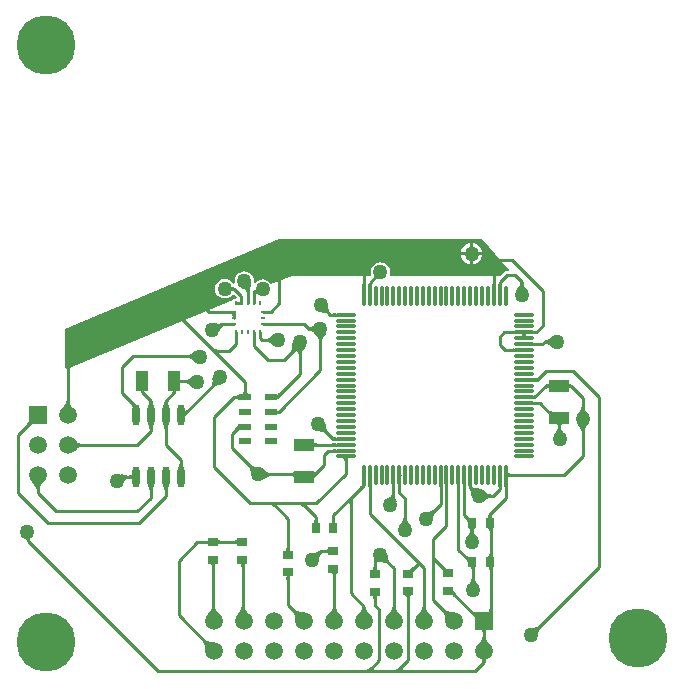
<source format=gtl>
%FSLAX24Y24*%
%MOIN*%
%SFA1B1*%

%IPPOS*%
%ADD10O,0.011800X0.070900*%
%ADD11O,0.070900X0.011800*%
%ADD12O,0.023600X0.070900*%
%ADD13R,0.066900X0.043300*%
%ADD14R,0.027600X0.035400*%
%ADD15R,0.043300X0.066900*%
%ADD16R,0.013800X0.009800*%
%ADD17R,0.009800X0.013800*%
%ADD18R,0.043300X0.023600*%
%ADD19R,0.035400X0.027600*%
%ADD20C,0.010000*%
%ADD21C,0.000000*%
%ADD22C,0.059100*%
%ADD23R,0.059100X0.059100*%
%ADD24R,0.059100X0.059100*%
%ADD25C,0.196900*%
%ADD26C,0.050000*%
%LNapdet-1*%
%LPD*%
G36*
X10425Y5414D02*
X10426Y5397D01*
X10429Y5382*
X10432Y5369*
X10437Y5358*
X10442Y5348*
X10449Y5341*
X10456Y5336*
X10465Y5333*
X10474Y5332*
X10274*
X10284Y5333*
X10292Y5336*
X10300Y5341*
X10306Y5348*
X10312Y5358*
X10316Y5369*
X10320Y5382*
X10322Y5397*
X10324Y5414*
Y5433*
X10424*
X10425Y5414*
G37*
G36*
X11015D02*
X11017Y5397D01*
X11019Y5382*
X11023Y5369*
X11027Y5358*
X11033Y5348*
X11039Y5341*
X11047Y5336*
X11055Y5333*
X11065Y5332*
X10865*
X10874Y5333*
X10883Y5336*
X10890Y5341*
X10897Y5348*
X10902Y5358*
X10907Y5369*
X10910Y5382*
X10913Y5397*
X10914Y5414*
X10915Y5433*
X11015*
Y5414*
G37*
G36*
X13398Y5494D02*
X13401Y5474D01*
X13408Y5454*
X13416Y5433*
X13428Y5412*
X13441Y5390*
X13458Y5368*
X13476Y5345*
X13521Y5297*
X13171*
X13195Y5321*
X13235Y5368*
X13251Y5390*
X13265Y5412*
X13276Y5433*
X13285Y5454*
X13291Y5474*
X13295Y5494*
X13296Y5513*
X13396*
X13398Y5494*
G37*
G36*
X15427Y5560D02*
X15466Y5526D01*
X15483Y5514*
X15498Y5505*
X15512Y5500*
X15523Y5497*
X15533Y5498*
X15540Y5502*
X15546Y5509*
X15445Y5330*
X15449Y5339*
X15450Y5350*
X15449Y5361*
X15446Y5374*
X15440Y5387*
X15431Y5402*
X15421Y5418*
X15407Y5435*
X15392Y5452*
X15373Y5471*
X15405Y5581*
X15427Y5560*
G37*
G36*
X9158Y5944D02*
X9139Y5943D01*
X9125Y5941*
X9113Y5938*
X9105Y5933*
X9100Y5926*
X9099Y5919*
X9101Y5909*
X9107Y5899*
X9116Y5887*
X9128Y5873*
X8987*
X8973Y5887*
X8958Y5899*
X8942Y5909*
X8926Y5919*
X8909Y5926*
X8892Y5933*
X8874Y5938*
X8855Y5941*
X8836Y5943*
X8816Y5944*
X8937Y6044*
X9158Y5944*
G37*
G36*
X10132D02*
X10114Y5943D01*
X10099Y5941*
X10087Y5938*
X10079Y5933*
X10075Y5926*
X10074Y5919*
X10076Y5909*
X10081Y5899*
X10090Y5887*
X10103Y5873*
X9961*
X9947Y5887*
X9932Y5899*
X9916Y5909*
X9900Y5919*
X9883Y5926*
X9866Y5933*
X9848Y5938*
X9830Y5941*
X9810Y5943*
X9791Y5944*
X9911Y6044*
X10132Y5944*
G37*
G36*
X14350Y5707D02*
X14337Y5692D01*
X14326Y5676*
X14316Y5657*
X14308Y5636*
X14301Y5613*
X14295Y5588*
X14290Y5560*
X14287Y5531*
X14285Y5465*
X14038Y5713*
X14072*
X14133Y5718*
X14161Y5722*
X14186Y5728*
X14209Y5735*
X14230Y5744*
X14248Y5753*
X14265Y5765*
X14279Y5777*
X14350Y5707*
G37*
G36*
X16222Y5591D02*
X16223Y5574D01*
X16226Y5559*
X16229Y5546*
X16234Y5535*
X16239Y5526*
X16246Y5518*
X16253Y5513*
X16261Y5510*
X16271Y5509*
X16072*
X16081Y5510*
X16089Y5513*
X16097Y5518*
X16103Y5526*
X16109Y5535*
X16113Y5546*
X16117Y5559*
X16119Y5574*
X16121Y5591*
Y5610*
X16221*
X16222Y5591*
G37*
G36*
X6764Y4595D02*
X6763Y4604D01*
X6760Y4613*
X6755Y4620*
X6748Y4627*
X6739Y4632*
X6728Y4637*
X6715Y4640*
X6699Y4643*
X6682Y4644*
X6663Y4645*
Y4745*
X6682*
X6699Y4747*
X6715Y4749*
X6728Y4753*
X6739Y4757*
X6748Y4763*
X6755Y4769*
X6760Y4777*
X6763Y4785*
X6764Y4795*
Y4595*
G37*
G36*
X7115Y4795D02*
X7118Y4787D01*
X7123Y4779*
X7130Y4773*
X7139Y4767*
X7150Y4763*
X7163Y4759*
X7179Y4757*
X7196Y4755*
X7215*
Y4655*
X7196Y4654*
X7179Y4653*
X7163Y4650*
X7150Y4647*
X7139Y4642*
X7130Y4637*
X7123Y4630*
X7118Y4623*
X7115Y4614*
X7114Y4605*
Y4805*
X7115Y4795*
G37*
G36*
X10790Y4300D02*
X10789Y4309D01*
X10786Y4318*
X10781Y4325*
X10774Y4332*
X10765Y4337*
X10753Y4342*
X10740Y4345*
X10725Y4348*
X10708Y4349*
X10689Y4350*
Y4450*
X10708*
X10725Y4452*
X10740Y4454*
X10753Y4458*
X10765Y4462*
X10774Y4468*
X10781Y4474*
X10786Y4482*
X10789Y4490*
X10790Y4500*
Y4300*
G37*
G36*
X9499Y4499D02*
X9501Y4482D01*
X9503Y4467*
X9507Y4454*
X9511Y4443*
X9517Y4434*
X9523Y4427*
X9531Y4422*
X9539Y4419*
X9549Y4418*
X9349*
X9358Y4419*
X9367Y4422*
X9374Y4427*
X9381Y4434*
X9386Y4443*
X9391Y4454*
X9394Y4467*
X9397Y4482*
X9398Y4499*
X9399Y4518*
X9499*
Y4499*
G37*
G36*
X15671Y5159D02*
X15663Y5156D01*
X15655Y5151*
X15649Y5144*
X15643Y5135*
X15639Y5123*
X15635Y5110*
X15633Y5095*
X15632Y5089*
X15636Y5071*
X15642Y5051*
X15651Y5030*
X15662Y5008*
X15676Y4987*
X15692Y4964*
X15711Y4941*
X15756Y4893*
X15406*
X15429Y4917*
X15469Y4964*
X15486Y4987*
X15499Y5008*
X15511Y5030*
X15519Y5051*
X15526Y5071*
X15529Y5089*
Y5095*
X15526Y5110*
X15523Y5123*
X15518Y5135*
X15513Y5144*
X15506Y5151*
X15499Y5156*
X15490Y5159*
X15481Y5160*
X15681*
X15671Y5159*
G37*
G36*
X16308D02*
X16299Y5158D01*
X16291Y5155*
X16284Y5150*
X16278Y5143*
X16272Y5134*
X16268Y5123*
X16265Y5110*
X16262Y5095*
X16261Y5078*
Y5059*
X16161*
X16160Y5078*
X16159Y5095*
X16156Y5110*
X16153Y5123*
X16148Y5134*
X16143Y5144*
X16136Y5151*
X16129Y5156*
X16120Y5159*
X16111Y5160*
X16308Y5159*
G37*
G36*
X7748Y4605D02*
X7747Y4614D01*
X7744Y4623*
X7739Y4630*
X7732Y4637*
X7723Y4642*
X7712Y4647*
X7699Y4650*
X7684Y4653*
X7667Y4654*
X7647Y4655*
Y4755*
X7667*
X7684Y4757*
X7699Y4759*
X7712Y4763*
X7723Y4767*
X7732Y4773*
X7739Y4779*
X7744Y4787*
X7747Y4795*
X7748Y4805*
Y4605*
G37*
G36*
X849Y4806D02*
X847Y4803D01*
X845Y4799*
X843Y4793*
X841Y4786*
X840Y4778*
X839Y4769*
X838Y4747*
X837Y4734*
X737*
Y4745*
X736Y4763*
X735Y4770*
X733Y4776*
X731Y4782*
X729Y4786*
X727Y4789*
X724Y4791*
X720Y4792*
X852Y4808*
X849Y4806*
G37*
G36*
X11653Y6217D02*
X11641Y6202D01*
X11630Y6186*
X11621Y6170*
X11613Y6153*
X11607Y6136*
X11602Y6118*
X11598Y6099*
X11596Y6080*
X11595Y6060*
X11495Y5960*
Y5979*
X11492Y5994*
X11489Y6005*
X11484Y6013*
X11478Y6018*
X11470Y6019*
X11461Y6017*
X11450Y6011*
X11438Y6002*
X11425Y5990*
X11545Y6181*
X11666Y6231*
X11653Y6217*
G37*
G36*
X14591Y6629D02*
X14590Y6625D01*
Y6619*
X14588Y6589*
X14587Y6524*
X14487*
X14483Y6631*
X14592*
X14591Y6629*
G37*
G36*
X14788D02*
X14787Y6625D01*
X14786Y6619*
X14785Y6589*
X14784Y6524*
X14684*
X14680Y6631*
X14789*
X14788Y6629*
G37*
G36*
X13016D02*
X13015Y6625D01*
Y6619*
X13013Y6589*
Y6524*
X12913*
X12908Y6631*
X13017*
X13016Y6629*
G37*
G36*
X13213D02*
X13212Y6625D01*
Y6619*
X13210Y6589*
X13209Y6524*
X13109*
X13105Y6631*
X13214*
X13213Y6629*
G37*
G36*
X16560D02*
X16559Y6625D01*
X16558Y6619*
X16557Y6589*
X16556Y6524*
X16456*
X16451Y6631*
X16560*
Y6629*
G37*
G36*
X16756D02*
Y6625D01*
X16755Y6619*
X16753Y6589*
Y6524*
X16653*
X16648Y6631*
X16757*
X16756Y6629*
G37*
G36*
X15182D02*
X15181Y6625D01*
X15180Y6619*
X15179Y6589*
X15178Y6524*
X15078*
X15073Y6631*
X15182*
Y6629*
G37*
G36*
X15378D02*
Y6625D01*
X15377Y6619*
X15376Y6589*
X15375Y6524*
X15275*
X15270Y6631*
X15379*
X15378Y6629*
G37*
G36*
X15575D02*
Y6625D01*
X15574Y6619*
X15572Y6590*
Y6547*
X15578Y6542*
X15594Y6531*
X15613Y6521*
X15634Y6513*
X15657Y6505*
X15682Y6500*
X15709Y6495*
X15739Y6492*
X15805Y6490*
X15557Y6243*
Y6277*
X15552Y6338*
X15548Y6365*
X15542Y6391*
X15535Y6414*
X15526Y6434*
X15516Y6453*
X15505Y6470*
X15492Y6484*
X15534Y6526*
X15472*
X15467Y6631*
X15576*
X15575Y6629*
G37*
G36*
X4968Y6581D02*
X4959Y6577D01*
X4952Y6570*
X4946Y6560*
X4940Y6546*
X4936Y6531*
X4932Y6512*
X4930Y6490*
X4928Y6465*
Y6438*
X4828*
X4827Y6465*
X4824Y6512*
X4820Y6531*
X4816Y6546*
X4810Y6560*
X4804Y6570*
X4797Y6577*
X4788Y6581*
X4779Y6583*
X4977*
X4968Y6581*
G37*
G36*
X13013Y6286D02*
Y6274D01*
X13016Y6258*
X13020Y6240*
X13033Y6195*
X13066Y6105*
X13095Y6030*
X12774Y6168*
X12800Y6179*
X12824Y6192*
X12845Y6205*
X12863Y6220*
X12878Y6236*
X12890Y6252*
X12900Y6270*
X12907Y6289*
X12911Y6309*
X12913Y6330*
X13013Y6286*
G37*
G36*
X16010Y6391D02*
X16057Y6351D01*
X16079Y6335*
X16101Y6321*
X16122Y6310*
X16143Y6301*
X16163Y6295*
X16183Y6291*
X16202Y6290*
Y6190*
X16183Y6189*
X16163Y6185*
X16143Y6179*
X16122Y6170*
X16101Y6159*
X16079Y6145*
X16057Y6129*
X16033Y6110*
X15986Y6065*
Y6415*
X16010Y6391*
G37*
G36*
X12001Y6599D02*
X12008D01*
X12011Y6597*
X12012Y6593*
X12009Y6586*
X12003Y6576*
X11994Y6564*
X11982Y6550*
X11927Y6492*
X11853Y6560*
X11872Y6579*
X11901Y6614*
X11911Y6629*
X11919Y6643*
X11925Y6656*
X11928Y6668*
Y6679*
X11926Y6688*
X11921Y6697*
X12001Y6599*
G37*
G36*
X12229Y6629D02*
X12228Y6625D01*
X12227Y6619*
X12226Y6589*
X12225Y6524*
X12125*
X12121Y6631*
X12230*
X12229Y6629*
G37*
G36*
X5468Y6581D02*
X5459Y6577D01*
X5452Y6570*
X5446Y6560*
X5440Y6546*
X5436Y6531*
X5432Y6512*
X5430Y6490*
X5428Y6465*
Y6438*
X5328*
X5327Y6465*
X5324Y6512*
X5320Y6531*
X5316Y6546*
X5310Y6560*
X5304Y6570*
X5297Y6577*
X5288Y6581*
X5279Y6583*
X5477*
X5468Y6581*
G37*
G36*
X1283Y6692D02*
X1233Y6635D01*
X1213Y6607*
X1195Y6581*
X1181Y6556*
X1170Y6532*
X1163Y6508*
X1158Y6486*
X1156Y6465*
X1056*
X1055Y6486*
X1050Y6508*
X1042Y6532*
X1031Y6556*
X1017Y6581*
X1000Y6607*
X980Y6635*
X929Y6692*
X900Y6722*
X1313*
X1283Y6692*
G37*
G36*
X16261Y4302D02*
X16263Y4285D01*
X16265Y4270*
X16269Y4256*
X16273Y4245*
X16279Y4236*
X16285Y4229*
X16293Y4224*
X16301Y4221*
X16311Y4220*
X16111*
X16120Y4221*
X16129Y4224*
X16136Y4229*
X16143Y4236*
X16148Y4245*
X16153Y4256*
X16156Y4270*
X16159Y4285*
X16160Y4302*
X16161Y4321*
X16261*
Y4302*
G37*
G36*
X7995Y2536D02*
X8000Y2514D01*
X8008Y2491*
X8020Y2468*
X8035Y2444*
X8053Y2421*
X8074Y2397*
X8099Y2373*
X8128Y2349*
X8159Y2324*
X7750Y2266*
X7777Y2303*
X7842Y2400*
X7857Y2429*
X7870Y2456*
X7880Y2481*
X7887Y2504*
X7891Y2525*
X7893Y2545*
X7993Y2559*
X7995Y2536*
G37*
G36*
X7010D02*
X7015Y2513D01*
X7023Y2490*
X7035Y2467*
X7049Y2443*
X7067Y2418*
X7089Y2393*
X7113Y2367*
X7141Y2341*
X7172Y2315*
X6760Y2279*
X6788Y2313*
X6855Y2405*
X6872Y2433*
X6885Y2459*
X6895Y2484*
X6903Y2507*
X6907Y2529*
X6909Y2549*
X7009Y2558*
X7010Y2536*
G37*
G36*
X14705Y2439D02*
X14724Y2427D01*
X14746Y2416*
X14771Y2406*
X14798Y2399*
X14829Y2392*
X14863Y2387*
X14939Y2382*
X14981*
X14689Y2090*
Y2132*
X14684Y2208*
X14679Y2242*
X14672Y2272*
X14664Y2300*
X14655Y2325*
X14644Y2347*
X14632Y2366*
X14618Y2382*
X14689Y2453*
X14705Y2439*
G37*
G36*
X15633Y2391D02*
X15656Y2372D01*
X15665Y2366*
X15673Y2363*
X15679Y2362*
X15684Y2363*
X15687Y2366*
X15689Y2372*
X15690Y2381*
X15691Y2121*
Y2135*
X15688Y2149*
X15685Y2163*
X15680Y2177*
X15673Y2191*
X15665Y2206*
X15656Y2220*
X15645Y2234*
X15633Y2248*
X15619Y2263*
Y2404*
X15633Y2391*
G37*
G36*
X14036Y2534D02*
X14041Y2511D01*
X14048Y2488*
X14059Y2464*
X14073Y2439*
X14091Y2412*
X14111Y2385*
X14161Y2328*
X14191Y2297*
X13778*
X13807Y2328*
X13857Y2385*
X13878Y2412*
X13895Y2439*
X13909Y2464*
X13920Y2488*
X13928Y2511*
X13933Y2534*
X13934Y2555*
X14034*
X14036Y2534*
G37*
G36*
X12036Y2531D02*
X12040Y2508D01*
X12048Y2484*
X12058Y2460*
X12072Y2435*
X12088Y2410*
X12108Y2384*
X12130Y2358*
X12156Y2331*
X12184Y2304*
X11784*
X11813Y2331*
X11861Y2384*
X11880Y2410*
X11897Y2435*
X11910Y2460*
X11921Y2484*
X11928Y2508*
X11933Y2531*
X11934Y2553*
X12034*
X12036Y2531*
G37*
G36*
X11044Y2553D02*
X11046Y2532D01*
X11050Y2510*
X11058Y2487*
X11069Y2462*
X11083Y2437*
X11099Y2410*
X11119Y2382*
X11169Y2322*
X11198Y2290*
X10785Y2304*
X10815Y2333*
X10866Y2388*
X10887Y2415*
X10904Y2440*
X10919Y2465*
X10930Y2489*
X10938Y2512*
X10943Y2535*
X10944Y2556*
X11044Y2553*
G37*
G36*
X13036Y2534D02*
X13041Y2511D01*
X13048Y2488*
X13059Y2464*
X13073Y2439*
X13091Y2412*
X13111Y2385*
X13161Y2328*
X13191Y2297*
X12778*
X12807Y2328*
X12857Y2385*
X12878Y2412*
X12895Y2439*
X12909Y2464*
X12920Y2488*
X12928Y2511*
X12933Y2534*
X12934Y2555*
X13034*
X13036Y2534*
G37*
G36*
X16072Y804D02*
X16064Y798D01*
X16057Y792*
X16051Y784*
X16046Y775*
X16042Y764*
X16038Y752*
X16036Y739*
X16035Y725*
X16034Y709*
X15934*
Y725*
X15932Y739*
X15930Y752*
X15927Y764*
X15923Y775*
X15918Y784*
X15911Y792*
X15905Y798*
X15897Y804*
X15888Y808*
X16081*
X16072Y804*
G37*
G36*
X6705Y1439D02*
X6724Y1427D01*
X6746Y1416*
X6771Y1406*
X6798Y1399*
X6829Y1392*
X6863Y1387*
X6939Y1382*
X6981*
X6689Y1090*
Y1132*
X6684Y1208*
X6679Y1242*
X6672Y1272*
X6664Y1300*
X6655Y1325*
X6644Y1347*
X6632Y1366*
X6618Y1382*
X6689Y1453*
X6705Y1439*
G37*
G36*
X12315Y511D02*
X12306Y499D01*
X12300Y488*
X12298Y479*
X12299Y471*
X12304Y465*
X12312Y460*
X12323Y456*
X12338Y454*
X12357*
X12136Y354*
X12015Y454*
X12035*
X12054Y456*
X12072Y460*
X12090Y465*
X12108Y471*
X12125Y479*
X12141Y488*
X12156Y499*
X12171Y511*
X12186Y524*
X12327*
X12315Y511*
G37*
G36*
X13279D02*
X13270Y499D01*
X13265Y488*
X13263Y479*
X13264Y471*
X13268Y465*
X13276Y460*
X13288Y456*
X13303Y454*
X13321*
X13100Y354*
X12980Y454*
X12999*
X13019Y456*
X13037Y460*
X13055Y465*
X13072Y471*
X13089Y479*
X13105Y488*
X13121Y499*
X13136Y511*
X13150Y524*
X13292*
X13279Y511*
G37*
G36*
X16075Y1792D02*
X16066Y1789D01*
X16059Y1784*
X16052Y1777*
X16047Y1768*
X16042Y1757*
X16039Y1744*
X16036Y1729*
X16035Y1712*
X16034Y1693*
X15934*
Y1712*
X15932Y1729*
X15930Y1744*
X15926Y1757*
X15922Y1768*
X15916Y1777*
X15910Y1784*
X15902Y1789*
X15894Y1792*
X15884Y1793*
X16084*
X16075Y1792*
G37*
G36*
X9705Y2439D02*
X9724Y2427D01*
X9746Y2416*
X9771Y2406*
X9798Y2399*
X9829Y2392*
X9863Y2387*
X9939Y2382*
X9981*
X9689Y2090*
Y2132*
X9684Y2208*
X9679Y2242*
X9672Y2272*
X9664Y2300*
X9655Y2325*
X9644Y2347*
X9632Y2366*
X9618Y2382*
X9689Y2453*
X9705Y2439*
G37*
G36*
X16036Y1534D02*
X16041Y1511D01*
X16048Y1488*
X16059Y1464*
X16073Y1439*
X16091Y1412*
X16111Y1385*
X16161Y1328*
X16191Y1297*
X15778*
X15807Y1328*
X15857Y1385*
X15878Y1412*
X15895Y1439*
X15909Y1464*
X15920Y1488*
X15928Y1511*
X15933Y1534*
X15934Y1555*
X16034*
X16036Y1534*
G37*
G36*
X17854Y1838D02*
X17841Y1824D01*
X17830Y1807*
X17820Y1789*
X17812Y1768*
X17805Y1745*
X17799Y1720*
X17794Y1692*
X17791Y1663*
X17789Y1597*
X17542Y1844*
X17576Y1845*
X17637Y1850*
X17665Y1854*
X17690Y1860*
X17713Y1867*
X17734Y1875*
X17752Y1885*
X17769Y1897*
X17783Y1909*
X17854Y1838*
G37*
G36*
X16261Y2462D02*
X16265Y2406D01*
X16267Y2397*
X16269Y2390*
X16272Y2385*
X16275Y2382*
X16278Y2381*
X16111Y2379*
X16120Y2381*
X16129Y2384*
X16136Y2389*
X16143Y2396*
X16148Y2405*
X16153Y2416*
X16156Y2429*
X16159Y2444*
X16160Y2462*
X16161Y2481*
X16261*
Y2462*
G37*
G36*
X13701Y3828D02*
X13680Y3805D01*
X13646Y3766*
X13634Y3749*
X13625Y3734*
X13620Y3721*
X13617Y3709*
X13618Y3700*
X13622Y3692*
X13629Y3686*
X13450Y3787*
X13459Y3783*
X13470Y3782*
X13481Y3783*
X13494Y3786*
X13508Y3792*
X13522Y3801*
X13538Y3812*
X13555Y3825*
X13572Y3841*
X13591Y3859*
X13701Y3828*
G37*
G36*
X7049Y3967D02*
X7041Y3964D01*
X7033Y3959*
X7027Y3952*
X7021Y3943*
X7017Y3932*
X7013Y3919*
X7011Y3904*
X7009Y3887*
Y3868*
X6909*
X6908Y3887*
X6907Y3904*
X6904Y3919*
X6901Y3932*
X6896Y3943*
X6891Y3952*
X6884Y3959*
X6877Y3964*
X6868Y3967*
X6859Y3968*
X7059*
X7049Y3967*
G37*
G36*
X15711Y3870D02*
X15702Y3866D01*
X15695Y3861*
X15688Y3854*
X15683Y3845*
X15678Y3834*
X15675Y3821*
X15672Y3806*
X15671Y3789*
X15670Y3769*
X15570*
Y3789*
X15568Y3806*
X15566Y3821*
X15562Y3834*
X15558Y3845*
X15552Y3854*
X15546Y3861*
X15538Y3866*
X15530Y3870*
X15520Y3871*
X15720*
X15711Y3870*
G37*
G36*
X16301D02*
X16293Y3866D01*
X16285Y3861*
X16279Y3854*
X16273Y3845*
X16269Y3834*
X16265Y3821*
X16263Y3806*
X16261Y3789*
Y3769*
X16161*
X16160Y3789*
X16159Y3806*
X16156Y3821*
X16153Y3834*
X16148Y3845*
X16143Y3854*
X16136Y3861*
X16129Y3866*
X16120Y3870*
X16111Y3871*
X16311*
X16301Y3870*
G37*
G36*
X15392Y4256D02*
X15408Y4242D01*
X15415Y4237*
X15422Y4232*
X15429Y4228*
X15436Y4225*
X15442Y4223*
X15448Y4222*
X15454Y4221*
X15455Y3981*
X15454Y3996*
X15451Y4011*
X15445Y4027*
X15438Y4043*
X15428Y4061*
X15416Y4079*
X15402Y4097*
X15368Y4137*
X15348Y4158*
X15383Y4264*
X15392Y4256*
G37*
G36*
X10551Y4338D02*
X10538Y4324D01*
X10527Y4308*
X10517Y4289*
X10509Y4268*
X10501Y4245*
X10496Y4220*
X10491Y4192*
X10488Y4163*
X10486Y4097*
X10239Y4344*
X10273Y4345*
X10334Y4350*
X10361Y4354*
X10387Y4360*
X10410Y4367*
X10431Y4375*
X10449Y4385*
X10466Y4397*
X10480Y4409*
X10551Y4338*
G37*
G36*
X8033Y3977D02*
X8025Y3974D01*
X8017Y3969*
X8011Y3962*
X8005Y3953*
X8001Y3942*
X7997Y3929*
X7995Y3914*
X7993Y3897*
Y3878*
X7893*
X7892Y3897*
X7891Y3914*
X7888Y3929*
X7885Y3942*
X7880Y3953*
X7875Y3962*
X7868Y3969*
X7861Y3974*
X7852Y3977*
X7843Y3978*
X8043*
X8033Y3977*
G37*
G36*
X12780Y4245D02*
X12785Y4184D01*
X12789Y4156*
X12795Y4131*
X12802Y4108*
X12810Y4087*
X12820Y4068*
X12832Y4052*
X12844Y4038*
X12773Y3967*
X12759Y3979*
X12743Y3991*
X12724Y4001*
X12703Y4009*
X12680Y4016*
X12655Y4022*
X12627Y4026*
X12598Y4029*
X12532Y4032*
X12780Y4279*
Y4245*
G37*
G36*
X14965Y3115D02*
X14964Y3104D01*
X14965Y3092*
X14969Y3080*
X14975Y3066*
X14983Y3051*
X14994Y3036*
X15007Y3019*
X15022Y3002*
X15040Y2983*
X15018Y2864*
X14996Y2886*
X14956Y2920*
X14939Y2932*
X14924Y2941*
X14911Y2946*
X14899Y2949*
X14890Y2948*
X14883Y2943*
X14877Y2935*
X14968Y3125*
X14965Y3115*
G37*
G36*
X15671Y3476D02*
X15675Y3457D01*
X15681Y3436*
X15690Y3416*
X15701Y3394*
X15715Y3372*
X15731Y3350*
X15750Y3327*
X15795Y3279*
X15445*
X15469Y3303*
X15509Y3350*
X15525Y3372*
X15539Y3394*
X15550Y3416*
X15559Y3436*
X15565Y3457*
X15569Y3476*
X15570Y3495*
X15670*
X15671Y3476*
G37*
G36*
X12433Y2904D02*
X12425Y2901D01*
X12417Y2896*
X12411Y2889*
X12405Y2880*
X12401Y2869*
X12397Y2856*
X12395Y2841*
X12393Y2824*
Y2805*
X12293*
X12292Y2824*
X12291Y2841*
X12288Y2856*
X12285Y2869*
X12280Y2880*
X12275Y2889*
X12268Y2896*
X12261Y2901*
X12252Y2904*
X12243Y2905*
X12443*
X12433Y2904*
G37*
G36*
X13545Y2923D02*
X13537Y2920D01*
X13529Y2915*
X13523Y2908*
X13517Y2899*
X13513Y2888*
X13509Y2875*
X13507Y2860*
X13505Y2843*
Y2824*
X13405*
X13404Y2843*
X13403Y2860*
X13400Y2875*
X13397Y2888*
X13392Y2899*
X13387Y2908*
X13380Y2915*
X13373Y2920*
X13364Y2923*
X13355Y2924*
X13555*
X13545Y2923*
G37*
G36*
X14676Y3851D02*
X14710Y3822D01*
X14726Y3811*
X14741Y3802*
X14754Y3796*
X14767Y3793*
X14778Y3792*
X14789Y3793*
X14798Y3797*
X14619Y3696*
X14626Y3702*
X14630Y3710*
X14631Y3719*
X14628Y3731*
X14623Y3744*
X14614Y3759*
X14602Y3776*
X14587Y3794*
X14547Y3837*
X14657Y3869*
X14676Y3851*
G37*
G36*
X12393Y3849D02*
X12395Y3832D01*
X12397Y3817*
X12401Y3804*
X12405Y3793*
X12411Y3783*
X12417Y3776*
X12425Y3771*
X12433Y3768*
X12443Y3767*
X12243*
X12252Y3768*
X12261Y3771*
X12268Y3776*
X12275Y3783*
X12280Y3793*
X12285Y3804*
X12288Y3817*
X12291Y3832*
X12292Y3849*
X12293Y3868*
X12393*
Y3849*
G37*
G36*
X9539Y3555D02*
X9531Y3552D01*
X9523Y3546*
X9517Y3539*
X9511Y3530*
X9507Y3519*
X9503Y3506*
X9501Y3491*
X9499Y3474*
Y3454*
X9399*
X9398Y3474*
X9397Y3491*
X9394Y3506*
X9391Y3519*
X9386Y3530*
X9381Y3539*
X9374Y3546*
X9367Y3552*
X9358Y3555*
X9349Y3556*
X9549*
X9539Y3555*
G37*
G36*
X11085Y3671D02*
X11076Y3668D01*
X11069Y3663*
X11062Y3656*
X11057Y3647*
X11052Y3636*
X11049Y3623*
X11046Y3608*
X11045Y3591*
X11044Y3572*
X10944*
Y3591*
X10942Y3608*
X10940Y3623*
X10936Y3636*
X10932Y3647*
X10926Y3656*
X10920Y3663*
X10912Y3668*
X10904Y3671*
X10894Y3672*
X11094*
X11085Y3671*
G37*
G36*
X17633Y11353D02*
X17637Y11352D01*
X17643Y11351*
X17672Y11350*
X17738Y11349*
Y11249*
X17631Y11245*
Y11354*
X17633Y11353*
G37*
G36*
X18237Y11203D02*
X18213Y11227D01*
X18166Y11267*
X18143Y11283*
X18121Y11297*
X18100Y11308*
X18079Y11317*
X18059Y11323*
X18039Y11327*
X18020Y11328*
Y11428*
X18039Y11429*
X18059Y11433*
X18079Y11439*
X18100Y11448*
X18121Y11459*
X18143Y11473*
X18166Y11489*
X18189Y11508*
X18237Y11553*
Y11203*
G37*
G36*
X16995Y11048D02*
X16993Y11049D01*
X16989*
X16983Y11050*
X16953Y11052*
X16888*
Y11152*
X16995Y11157*
Y11048*
G37*
G36*
X8945Y11262D02*
X8921Y11286D01*
X8875Y11326*
X8852Y11342*
X8830Y11356*
X8809Y11367*
X8788Y11376*
X8768Y11382*
X8748Y11386*
X8729Y11387*
Y11487*
X8748Y11488*
X8768Y11492*
X8788Y11498*
X8809Y11507*
X8830Y11518*
X8852Y11532*
X8875Y11548*
X8898Y11567*
X8945Y11612*
Y11262*
G37*
G36*
X16995Y11638D02*
X16993Y11639D01*
X16989Y11640*
X16983Y11641*
X16953Y11642*
X16888Y11643*
Y11743*
X16995Y11747*
Y11638*
G37*
G36*
X17363Y11636D02*
X17364Y11635D01*
X17413*
X17403Y11634*
X17395Y11631*
X17387Y11626*
X17381Y11619*
X17375Y11610*
X17371Y11599*
X17370Y11594*
X17371Y11590*
X17375Y11579*
X17381Y11570*
X17387Y11563*
X17395Y11558*
X17403Y11555*
X17413Y11554*
X17364*
X17363Y11553*
Y11534*
X17263*
X17262Y11553*
Y11554*
X17213*
X17222Y11555*
X17231Y11558*
X17238Y11563*
X17245Y11570*
X17250Y11579*
X17255Y11590*
X17256Y11594*
X17255Y11599*
X17250Y11610*
X17245Y11619*
X17238Y11626*
X17231Y11631*
X17222Y11634*
X17213Y11635*
X17262*
Y11636*
X17263Y11655*
X17363*
Y11636*
G37*
G36*
X10683Y11608D02*
X10643Y11562D01*
X10626Y11539*
X10613Y11517*
X10602Y11496*
X10593Y11475*
X10587Y11455*
X10583Y11435*
X10582Y11416*
X10481*
X10480Y11435*
X10476Y11455*
X10470Y11475*
X10461Y11496*
X10450Y11517*
X10437Y11539*
X10420Y11562*
X10402Y11585*
X10357Y11632*
X10706*
X10683Y11608*
G37*
G36*
X9780Y11180D02*
X10018D01*
X9994Y11156*
X9954Y11109*
X9938Y11086*
X9924Y11064*
X9913Y11043*
X9904Y11022*
X9898Y11002*
X9894Y10982*
X9893Y10963*
X9793*
X9791Y10982*
X9788Y11002*
X9781Y11022*
X9773Y11043*
X9761Y11064*
X9748Y11086*
X9746Y11089*
X9741Y11088*
X9715Y11080*
X9692Y11072*
X9671Y11062*
X9653Y11052*
X9637Y11041*
X9624Y11029*
X9545Y11092*
X9558Y11107*
X9569Y11124*
X9579Y11142*
X9586Y11163*
X9592Y11186*
X9596Y11210*
X9598Y11237*
X9599Y11265*
X9598Y11296*
X9594Y11328*
X9780Y11180*
G37*
G36*
X6232Y9881D02*
X6209Y9906D01*
X6164Y9946*
X6143Y9963*
X6121Y9977*
X6100Y9989*
X6080Y9998*
X6060Y10004*
X6040Y10008*
X6021Y10009*
X6025Y10109*
X6043Y10110*
X6063Y10114*
X6083Y10120*
X6104Y10129*
X6126Y10140*
X6148Y10153*
X6172Y10169*
X6196Y10187*
X6246Y10231*
X6232Y9881*
G37*
G36*
X7214Y9960D02*
X7179Y9954D01*
X7086Y9931*
X7060Y9923*
X7037Y9914*
X7016Y9904*
X6998Y9894*
X6983Y9883*
X6970Y9871*
X6887Y9930*
X6900Y9945*
X6911Y9962*
X6920Y9981*
X6928Y10001*
X6933Y10024*
X6936Y10048*
X6937Y10074*
Y10102*
X6934Y10131*
X6929Y10162*
X7214Y9960*
G37*
G36*
X18827Y9962D02*
X18828D01*
X18878Y9961*
Y9861*
X18826*
Y9962*
X18827*
G37*
G36*
X5875Y10150D02*
X5878Y10141D01*
X5883Y10134*
X5890Y10127*
X5899Y10122*
X5910Y10117*
X5923Y10114*
X5938Y10111*
X5956Y10110*
X5975Y10109*
Y10009*
X5956*
X5938Y10007*
X5923Y10005*
X5910Y10001*
X5899Y9997*
X5890Y9991*
X5883Y9985*
X5878Y9977*
X5875Y9969*
X5874Y9959*
Y10159*
X5875Y10150*
G37*
G36*
X6953Y11180D02*
X6968Y11168D01*
X6983Y11157*
X6999Y11148*
X7016Y11141*
X7034Y11134*
X7052Y11129*
X7070Y11126*
X7089Y11124*
X7109Y11123*
X7209Y11023*
X7191Y11022*
X7176Y11020*
X7164Y11016*
X7156Y11012*
X7152Y11005*
X7150Y10997*
X7153Y10988*
X7158Y10978*
X7167Y10966*
X7180Y10952*
X6953Y11037*
X6938Y11194*
X6953Y11180*
G37*
G36*
X6330Y10718D02*
X6308Y10742D01*
X6263Y10783*
X6241Y10800*
X6220Y10814*
X6199Y10825*
X6178Y10834*
X6158Y10841*
X6138Y10844*
X6119Y10846*
X6123Y10946*
X6142Y10947*
X6161Y10951*
X6181Y10957*
X6202Y10965*
X6224Y10976*
X6247Y10990*
X6270Y11005*
X6294Y11024*
X6344Y11068*
X6330Y10718*
G37*
G36*
X17633Y10172D02*
X17637Y10171D01*
X17643Y10170*
X17672Y10169*
X17738Y10168*
Y10068*
X17631Y10064*
Y10173*
X17633Y10172*
G37*
G36*
Y11747D02*
X17637Y11746D01*
X17642Y11745*
X17658Y11744*
X17726Y11743*
Y11643*
X17631Y11638*
Y11747*
X17633*
G37*
G36*
X12033Y13212D02*
X11924D01*
X11925Y13214*
Y13218*
X11926Y13224*
X11928Y13253*
Y13318*
X12028*
X12033Y13212*
G37*
G36*
X17295Y13319D02*
X17299Y13299D01*
X17305Y13279*
X17314Y13258*
X17325Y13237*
X17339Y13215*
X17355Y13192*
X17374Y13169*
X17419Y13121*
X17069*
X17093Y13146*
X17133Y13192*
X17149Y13215*
X17163Y13237*
X17174Y13258*
X17183Y13279*
X17189Y13299*
X17193Y13319*
X17194Y13338*
X17294*
X17295Y13319*
G37*
G36*
X7588Y13202D02*
X7589Y13201D01*
X7592*
X7595*
X7612Y13200*
X7638*
Y13100*
X7628*
X7588Y13097*
X7587*
Y13202*
X7588*
G37*
G36*
X12230Y13212D02*
X12121D01*
X12122Y13214*
Y13218*
X12123Y13224*
X12124Y13253*
X12125Y13318*
X12225*
X12230Y13212*
G37*
G36*
X16826Y13780D02*
X16806Y13735D01*
X16752*
X16705Y13725*
X16665Y13699*
X16549Y13583*
X14331*
X12868*
X12846Y13615*
X12842Y13633*
X12852Y13711*
X12841Y13794*
X12809Y13872*
X12758Y13939*
X12691Y13990*
X12613Y14022*
X12530Y14033*
X12446Y14022*
X12368Y13990*
X12301Y13939*
X12250Y13872*
X12218Y13794*
X12207Y13711*
X12217Y13633*
X12215Y13623*
X12182Y13583*
X9587*
X8886Y13292*
X8882Y13301*
X8831Y13368*
X8764Y13419*
X8686Y13452*
X8602Y13463*
X8519Y13452*
X8441Y13419*
X8374Y13368*
X8358Y13346*
X8310Y13366*
X8315Y13406*
X8304Y13489*
X8272Y13567*
X8220Y13634*
X8154Y13685*
X8076Y13717*
X7992Y13728*
X7909Y13717*
X7831Y13685*
X7764Y13634*
X7713Y13567*
X7680Y13489*
X7669Y13406*
X7676Y13357*
X7634Y13310*
X7625Y13311*
X7619Y13314*
X7571Y13378*
X7504Y13429*
X7426Y13461*
X7343Y13472*
X7259Y13461*
X7181Y13429*
X7114Y13378*
X7063Y13311*
X7031Y13233*
X7020Y13150*
X7031Y13066*
X7063Y12988*
X7114Y12921*
X7181Y12870*
X7259Y12838*
X7343Y12827*
X7426Y12838*
X7504Y12870*
X7571Y12921*
X7593Y12951*
X7659Y12955*
X7742Y12873*
X7732Y12815*
X7711Y12806*
X7607*
Y12763*
X2069Y10470*
X2028Y10498*
Y11821*
X9144Y14813*
X15929*
X16826Y13780*
G37*
G36*
X16560Y13212D02*
X16451D01*
X16452Y13214*
X16453Y13218*
X16454Y13224*
X16455Y13253*
X16456Y13318*
X16556*
X16560Y13212*
G37*
G36*
X16364D02*
X16255D01*
Y13214*
X16256Y13218*
X16257Y13224*
X16258Y13253*
X16259Y13318*
X16359*
X16364Y13212*
G37*
G36*
X8219Y13293D02*
X8172Y13109D01*
X8171Y13093*
X8170Y13080*
X8070Y13018*
X8069Y13039*
X8065Y13059*
X8058Y13078*
X8048Y13095*
X8036Y13110*
X8021Y13123*
X8003Y13136*
X7982Y13146*
X7959Y13155*
X7933Y13163*
X8230Y13330*
X8219Y13293*
G37*
G36*
X11050Y12229D02*
X11048Y12230D01*
X11044Y12231*
X11038*
X11009Y12233*
X10944*
Y12333*
X11050Y12338*
Y12229*
G37*
G36*
X7272Y11926D02*
X7264Y11917D01*
X7255Y11904*
X7245Y11888*
X7222Y11846*
X7182Y11760*
X7150Y11686*
X7019Y12011*
X7046Y12000*
X7071Y11992*
X7095Y11987*
X7118Y11984*
X7140*
X7160Y11987*
X7179Y11992*
X7197Y12000*
X7213Y12010*
X7228Y12024*
X7272Y11926*
G37*
G36*
X10336Y11655D02*
X10319Y11675D01*
X10302Y11693*
X10284Y11709*
X10265Y11723*
X10247Y11734*
X10228Y11744*
X10208Y11751*
X10188Y11757*
X10168Y11760*
X10148Y11761*
Y11861*
X10168Y11862*
X10188Y11865*
X10208Y11871*
X10228Y11878*
X10247Y11888*
X10265Y11899*
X10284Y11913*
X10302Y11929*
X10319Y11947*
X10336Y11967*
Y11655*
G37*
G36*
X7702Y12333D02*
X7699Y12330D01*
X7696Y12325*
X7694Y12318*
X7692Y12309*
X7691Y12298*
X7690Y12288*
X7692Y12258*
X7694Y12249*
X7696Y12242*
X7699Y12237*
X7702Y12234*
X7706Y12233*
X7570*
X7573Y12234*
X7576Y12237*
X7579Y12242*
X7581Y12249*
X7583Y12258*
X7585Y12269*
X7586Y12278*
X7583Y12309*
X7581Y12318*
X7579Y12325*
X7576Y12330*
X7573Y12333*
X7570Y12334*
X7706*
X7702Y12333*
G37*
G36*
X8402Y12990D02*
X8398Y12994D01*
X8395Y12997*
X8391Y12998*
X8386Y12999*
X8381Y12998*
X8376Y12996*
X8371Y12994*
X8365Y12990*
X8359Y12984*
X8352Y12978*
X8282Y13049*
X8295Y13063*
X8341Y13116*
X8346Y13124*
X8350Y13130*
X8352Y13136*
Y13141*
X8402Y12990*
G37*
G36*
X7875Y12600D02*
X7874Y12603D01*
X7871Y12606*
X7866Y12609*
X7859Y12611*
X7850Y12613*
X7839Y12615*
X7830*
X7799Y12613*
X7790Y12611*
X7783Y12609*
X7778Y12606*
X7775Y12603*
X7774Y12600*
Y12735*
X7775Y12732*
X7778Y12729*
X7783Y12726*
X7790Y12724*
X7799Y12722*
X7810Y12720*
X7820Y12719*
X7850Y12722*
X7859Y12724*
X7866Y12726*
X7871Y12729*
X7874Y12732*
X7875Y12735*
Y12600*
G37*
G36*
X10792Y12572D02*
X10796Y12511D01*
X10801Y12483*
X10807Y12458*
X10814Y12435*
X10822Y12414*
X10832Y12395*
X10843Y12379*
X10856Y12364*
X10785Y12294*
X10771Y12306*
X10754Y12317*
X10736Y12327*
X10715Y12336*
X10692Y12343*
X10666Y12349*
X10639Y12353*
X10610Y12356*
X10544Y12358*
X10791Y12606*
X10792Y12572*
G37*
G36*
X18162Y9811D02*
X18161Y9821D01*
X18158Y9829*
X18153Y9837*
X18146Y9843*
X18137Y9849*
X18125Y9853*
X18112Y9857*
X18097Y9859*
X18080Y9861*
X18061*
Y9961*
X18080Y9962*
X18097Y9963*
X18112Y9966*
X18125Y9969*
X18137Y9974*
X18146Y9979*
X18153Y9986*
X18158Y9993*
X18161Y10002*
X18162Y10011*
Y9811*
G37*
G36*
X2347Y8110D02*
X2405Y8060D01*
X2432Y8039*
X2458Y8022*
X2484Y8008*
X2508Y7997*
X2531Y7989*
X2553Y7985*
X2574Y7983*
Y7883*
X2553Y7882*
X2531Y7877*
X2508Y7869*
X2484Y7858*
X2458Y7844*
X2432Y7827*
X2405Y7806*
X2347Y7756*
X2317Y7726*
Y8140*
X2347Y8110*
G37*
G36*
X11050Y7701D02*
X11048Y7702D01*
X11044Y7703*
X11038Y7704*
X11009Y7705*
X10944Y7706*
Y7806*
X11050Y7810*
Y7701*
G37*
G36*
X11459Y7500D02*
X11450Y7497D01*
X11443Y7492*
X11436Y7485*
X11431Y7476*
X11426Y7465*
X11423Y7452*
X11420Y7436*
X11419Y7419*
X11418Y7400*
X11318*
Y7419*
X11316Y7436*
X11314Y7452*
X11310Y7465*
X11306Y7476*
X11300Y7485*
X11294Y7492*
X11286Y7497*
X11278Y7500*
X11268Y7501*
X11468*
X11459Y7500*
G37*
G36*
X10304Y8033D02*
X10307Y8025D01*
X10312Y8017*
X10319Y8011*
X10328Y8005*
X10339Y8001*
X10352Y7997*
X10367Y7995*
X10385Y7993*
X10404*
Y7893*
X10385Y7892*
X10367Y7891*
X10352Y7888*
X10339Y7885*
X10328Y7880*
X10319Y7875*
X10312Y7868*
X10307Y7861*
X10304Y7852*
X10303Y7843*
Y8043*
X10304Y8033*
G37*
G36*
X18585Y8633D02*
X18576Y8630D01*
X18569Y8625*
X18562Y8618*
X18557Y8609*
X18552Y8598*
X18549Y8585*
X18546Y8570*
X18545Y8552*
X18544Y8536*
X18545Y8517*
X18549Y8497*
X18556Y8477*
X18565Y8457*
X18576Y8436*
X18590Y8414*
X18607Y8393*
X18626Y8371*
X18648Y8348*
X18672Y8325*
X18322Y8311*
X18345Y8337*
X18384Y8386*
X18400Y8409*
X18414Y8431*
X18425Y8453*
X18433Y8474*
X18439Y8494*
X18443Y8514*
X18444Y8533*
X18459*
X18444*
Y8552*
X18442Y8570*
X18440Y8585*
X18436Y8598*
X18432Y8609*
X18426Y8618*
X18420Y8625*
X18412Y8630*
X18404Y8633*
X18394Y8634*
X18594*
X18585Y8633*
G37*
G36*
X11050Y8095D02*
X11048Y8096D01*
X11044Y8097*
X11039*
X11023Y8098*
X10955Y8100*
Y8200*
X11050Y8204*
Y8095*
G37*
G36*
Y7898D02*
Y7897D01*
X11047Y7896*
X11042*
X11033Y7895*
X10943Y7893*
X10916*
X10930Y7993*
X10949*
X11021Y7998*
X11030Y8000*
X11039Y8002*
X11045Y8005*
X11050Y8007*
Y7898*
G37*
G36*
X5928Y7294D02*
X5932Y7248D01*
X5936Y7229*
X5940Y7213*
X5946Y7200*
X5952Y7190*
X5959Y7183*
X5968Y7179*
X5977Y7177*
X5779*
X5788Y7179*
X5797Y7183*
X5804Y7190*
X5810Y7200*
X5816Y7213*
X5820Y7229*
X5824Y7248*
X5826Y7270*
X5827Y7294*
X5828Y7322*
X5928*
Y7294*
G37*
G36*
X8667Y7110D02*
X8714Y7070D01*
X8737Y7054*
X8758Y7040*
X8780Y7029*
X8801Y7020*
X8821Y7014*
X8840Y7010*
X8860Y7009*
Y6909*
X8840Y6907*
X8821Y6904*
X8801Y6897*
X8780Y6889*
X8758Y6877*
X8737Y6864*
X8714Y6847*
X8691Y6829*
X8643Y6784*
Y7134*
X8667Y7110*
G37*
G36*
X4261Y6780D02*
X4260Y6789D01*
X4257Y6798*
X4252Y6805*
X4245Y6812*
X4236Y6817*
X4225Y6822*
X4212Y6825*
X4196Y6828*
X4179Y6829*
X4160Y6830*
Y6930*
X4179*
X4196Y6932*
X4212Y6934*
X4225Y6938*
X4236Y6942*
X4245Y6948*
X4252Y6954*
X4257Y6962*
X4260Y6970*
X4261Y6980*
Y6780*
G37*
G36*
X3872Y6979D02*
X4056Y6932D01*
X4072Y6931*
X4085Y6930*
X4147Y6830*
X4126Y6829*
X4106Y6824*
X4088Y6818*
X4071Y6808*
X4056Y6796*
X4042Y6781*
X4030Y6763*
X4019Y6742*
X4010Y6719*
X4003Y6693*
X3836Y6990*
X3872Y6979*
G37*
G36*
X16762Y7039D02*
X16765Y7031D01*
X16770Y7023*
X16777Y7017*
X16786Y7011*
X16797Y7007*
X16810Y7003*
X16825Y7001*
X16843Y6999*
X16862*
Y6899*
X16843Y6898*
X16825Y6897*
X16810Y6894*
X16797Y6891*
X16786Y6886*
X16777Y6881*
X16770Y6874*
X16765Y6867*
X16762Y6858*
X16761Y6849*
Y7049*
X16762Y7039*
G37*
G36*
X10375Y6928D02*
X10361Y6914D01*
X10349Y6899*
X10338Y6885*
X10329Y6871*
X10321Y6857*
X10314Y6842*
X10309Y6828*
X10306Y6814*
X10303Y6800*
Y6787*
Y7069*
Y7056*
X10306Y7046*
X10309Y7039*
X10314Y7035*
X10321Y7033*
X10329Y7035*
X10338Y7039*
X10349Y7046*
X10361Y7056*
X10375Y7069*
Y6928*
G37*
G36*
X8235Y7261D02*
X8252Y7249D01*
X8270Y7240*
X8291Y7231*
X8314Y7224*
X8339Y7218*
X8367Y7214*
X8396Y7211*
X8462Y7209*
X8215Y6961*
X8214Y6995*
X8209Y7056*
X8205Y7084*
X8199Y7109*
X8192Y7132*
X8184Y7153*
X8174Y7172*
X8163Y7188*
X8150Y7203*
X8221Y7273*
X8235Y7261*
G37*
G36*
X9638Y6859D02*
X9637Y6868D01*
X9634Y6877*
X9629Y6884*
X9622Y6891*
X9613Y6896*
X9602Y6901*
X9589Y6904*
X9573Y6907*
X9556Y6908*
X9537Y6909*
Y7009*
X9556*
X9573Y7011*
X9589Y7013*
X9602Y7017*
X9613Y7021*
X9622Y7027*
X9629Y7033*
X9634Y7041*
X9637Y7049*
X9638Y7059*
Y6859*
G37*
G36*
X10713Y8605D02*
X10718Y8544D01*
X10722Y8517*
X10728Y8491*
X10735Y8468*
X10744Y8447*
X10753Y8429*
X10765Y8412*
X10777Y8398*
X10707Y8327*
X10692Y8340*
X10676Y8351*
X10657Y8361*
X10636Y8369*
X10613Y8376*
X10588Y8382*
X10560Y8387*
X10531Y8390*
X10465Y8392*
X10713Y8639*
Y8605*
G37*
G36*
X4928Y9342D02*
X4932Y9295D01*
X4936Y9276*
X4940Y9261*
X4946Y9248*
X4952Y9237*
X4959Y9230*
X4968Y9226*
X4977Y9224*
X4779*
X4788Y9226*
X4797Y9230*
X4804Y9237*
X4810Y9248*
X4816Y9261*
X4820Y9276*
X4824Y9295*
X4826Y9317*
X4827Y9342*
X4828Y9369*
X4928*
Y9342*
G37*
G36*
X4306Y9337D02*
X4332Y9316D01*
X4344Y9307*
X4355Y9299*
X4367Y9292*
X4378Y9287*
X4388Y9282*
X4399Y9279*
X4408Y9277*
X4262Y9170*
X4269Y9177*
X4273Y9185*
X4274Y9194*
X4273Y9204*
X4268Y9216*
X4262Y9229*
X4252Y9244*
X4240Y9260*
X4225Y9277*
X4207Y9295*
X4293Y9350*
X4306Y9337*
G37*
G36*
X2158Y9380D02*
X2163Y9358D01*
X2170Y9335*
X2181Y9310*
X2195Y9285*
X2213Y9259*
X2233Y9232*
X2283Y9174*
X2313Y9144*
X1900*
X1929Y9174*
X1980Y9232*
X2000Y9259*
X2017Y9285*
X2031Y9310*
X2042Y9335*
X2050Y9358*
X2055Y9380*
X2056Y9401*
X2156*
X2158Y9380*
G37*
G36*
X5428Y9342D02*
X5432Y9295D01*
X5436Y9276*
X5440Y9261*
X5446Y9248*
X5452Y9237*
X5459Y9230*
X5468Y9226*
X5477Y9224*
X5279*
X5288Y9226*
X5297Y9230*
X5304Y9237*
X5310Y9248*
X5316Y9261*
X5320Y9276*
X5324Y9295*
X5326Y9317*
X5327Y9342*
X5328Y9369*
X5428*
Y9342*
G37*
G36*
X8072Y9735D02*
X8074Y9718D01*
X8076Y9703*
X8080Y9690*
X8084Y9678*
X8090Y9669*
X8096Y9662*
X8104Y9657*
X8112Y9654*
X8122Y9653*
X7922*
X7931Y9654*
X7940Y9657*
X7947Y9662*
X7954Y9669*
X7959Y9678*
X7964Y9690*
X7967Y9703*
X7970Y9718*
X7971Y9735*
X7972Y9754*
X8072*
Y9735*
G37*
G36*
X9209Y9601D02*
X9189Y9580D01*
X9155Y9540*
X9141Y9521*
X9129Y9503*
X9119Y9486*
X9112Y9470*
X9106Y9454*
X9103Y9439*
X9102Y9424*
X9103Y9654*
X9104Y9652*
X9106Y9651*
X9110Y9652*
X9114Y9654*
X9121Y9659*
X9129Y9665*
X9148Y9682*
X9174Y9707*
X9209Y9601*
G37*
G36*
X7806Y9437D02*
X7805Y9447D01*
X7802Y9455*
X7797Y9463*
X7790Y9469*
X7781Y9475*
X7770Y9479*
X7757Y9483*
X7742Y9485*
X7725Y9487*
X7706*
Y9587*
X7725Y9588*
X7742Y9589*
X7757Y9592*
X7770Y9595*
X7781Y9600*
X7790Y9605*
X7797Y9612*
X7802Y9619*
X7805Y9628*
X7806Y9637*
Y9437*
G37*
G36*
X6067Y8968D02*
X6053Y8954D01*
X6041Y8940*
X6030Y8925*
X6021Y8911*
X6013Y8897*
X6006Y8883*
X6001Y8869*
X5998Y8855*
X5995Y8841*
Y8827*
Y9110*
Y9097*
X5998Y9087*
X6001Y9080*
X6006Y9075*
X6013Y9074*
X6021Y9075*
X6030Y9080*
X6041Y9087*
X6053Y9097*
X6067Y9110*
Y8968*
G37*
G36*
X4968Y8628D02*
X4959Y8624D01*
X4952Y8617*
X4946Y8607*
X4940Y8594*
X4936Y8578*
X4932Y8559*
X4930Y8537*
X4928Y8513*
Y8485*
X4828*
X4827Y8513*
X4824Y8559*
X4820Y8578*
X4816Y8594*
X4810Y8607*
X4804Y8617*
X4797Y8624*
X4788Y8628*
X4779Y8630*
X4977*
X4968Y8628*
G37*
G36*
X7806Y8436D02*
Y8441D01*
X7804Y8443*
X7800Y8444*
X7795Y8443*
X7789Y8439*
X7781Y8434*
X7772Y8427*
X7749Y8406*
X7736Y8393*
X7700Y8499*
X7720Y8520*
X7754Y8559*
X7768Y8578*
X7780Y8595*
X7789Y8612*
X7797Y8628*
X7802Y8643*
X7805Y8657*
X7806Y8670*
Y8436*
G37*
G36*
X19433Y8596D02*
X19393Y8550D01*
X19376Y8527*
X19363Y8505*
X19352Y8484*
X19343Y8463*
X19337Y8443*
X19333Y8423*
X19332Y8404*
X19231*
X19230Y8423*
X19226Y8443*
X19220Y8463*
X19211Y8484*
X19200Y8505*
X19187Y8527*
X19170Y8550*
X19152Y8573*
X19107Y8621*
X19456*
X19433Y8596*
G37*
G36*
X5468Y8628D02*
X5459Y8624D01*
X5452Y8617*
X5446Y8607*
X5440Y8594*
X5436Y8578*
X5432Y8559*
X5430Y8537*
X5428Y8513*
Y8485*
X5328*
X5327Y8513*
X5324Y8559*
X5320Y8578*
X5316Y8594*
X5310Y8607*
X5304Y8617*
X5297Y8624*
X5288Y8628*
X5279Y8630*
X5477*
X5468Y8628*
G37*
G36*
X19333Y9175D02*
X19337Y9155D01*
X19343Y9135*
X19352Y9114*
X19363Y9093*
X19376Y9071*
X19393Y9049*
X19411Y9026*
X19456Y8978*
X19107*
X19130Y9002*
X19170Y9049*
X19187Y9071*
X19200Y9093*
X19211Y9114*
X19220Y9135*
X19226Y9155*
X19230Y9175*
X19231Y9194*
X19332*
X19333Y9175*
G37*
G36*
X18134Y9112D02*
X18174Y9078D01*
X18191Y9066*
X18206Y9057*
X18219Y9052*
X18231Y9049*
X18240Y9050*
X18247Y9055*
X18253Y9063*
X18162Y8873*
X18165Y8883*
X18166Y8894*
X18165Y8906*
X18161Y8918*
X18155Y8932*
X18147Y8947*
X18136Y8962*
X18123Y8979*
X18108Y8996*
X18090Y9015*
X18111Y9134*
X18134Y9112*
G37*
G36*
X954Y8639D02*
X946Y8645D01*
X937Y8647*
X926*
X914Y8645*
X901Y8639*
X886Y8631*
X869Y8619*
X852Y8605*
X812Y8568*
X742Y8639*
X761Y8659*
X792Y8696*
X804Y8713*
X812Y8727*
X818Y8741*
X821Y8753*
Y8763*
X818Y8773*
X812Y8780*
X954Y8639*
G37*
%LNapdet-2*%
%LPC*%
G36*
X15521Y14667D02*
X15480Y14662D01*
X15394Y14627*
X15321Y14570*
X15265Y14497*
X15230Y14412*
X15224Y14371*
X15521*
Y14667*
G37*
G36*
X15621D02*
Y14371D01*
X15917*
X15912Y14412*
X15877Y14497*
X15820Y14570*
X15747Y14627*
X15662Y14662*
X15621Y14667*
G37*
G36*
X15521Y14271D02*
X15224D01*
X15230Y14230*
X15265Y14144*
X15321Y14071*
X15394Y14015*
X15480Y13980*
X15521Y13974*
Y14271*
G37*
G36*
X15917D02*
X15621D01*
Y13974*
X15662Y13980*
X15747Y14015*
X15820Y14071*
X15877Y14144*
X15912Y14230*
X15917Y14271*
G37*
%LNapdet-3*%
%LPD*%
G54D10*
X16703Y6949D03*
X16506D03*
X16309D03*
X16112D03*
X15915D03*
X15719D03*
X15522D03*
X15325D03*
X15128D03*
X14931D03*
X14734D03*
X14537D03*
X14341D03*
X14144D03*
X13947D03*
X13750D03*
X13553D03*
X13356D03*
X13159D03*
X12963D03*
X12766D03*
X12569D03*
X12372D03*
X12175D03*
X11978D03*
Y12894D03*
X12175D03*
X12372D03*
X12569D03*
X12766D03*
X12963D03*
X13159D03*
X13356D03*
X13553D03*
X13750D03*
X13947D03*
X14144D03*
X14341D03*
X14537D03*
X14734D03*
X14931D03*
X15128D03*
X15325D03*
X15522D03*
X15719D03*
X15915D03*
X16112D03*
X16309D03*
X16506D03*
X16703D03*
G54D11*
X11368Y7559D03*
Y7756D03*
Y7953D03*
Y8150D03*
Y8346D03*
Y8543D03*
Y8740D03*
Y8937D03*
Y9134D03*
Y9331D03*
Y9528D03*
Y9724D03*
Y9921D03*
Y10118D03*
Y10315D03*
Y10512D03*
Y10709D03*
Y10906D03*
Y11102D03*
Y11299D03*
Y11496D03*
Y11693D03*
Y11890D03*
Y12087D03*
Y12283D03*
X17313D03*
Y12087D03*
Y11890D03*
Y11693D03*
Y11496D03*
Y11299D03*
Y11102D03*
Y10906D03*
Y10709D03*
Y10512D03*
Y10315D03*
Y10118D03*
Y9921D03*
Y9724D03*
Y9528D03*
Y9331D03*
Y9134D03*
Y8937D03*
Y8740D03*
Y8543D03*
Y8346D03*
Y8150D03*
Y7953D03*
Y7756D03*
Y7559D03*
G54D12*
X5878Y8927D03*
X5378D03*
X4878D03*
X4378D03*
X5878Y6880D03*
X5378D03*
X4878D03*
X4378D03*
G54D13*
X9970Y7943D03*
Y6880D03*
X18494Y8848D03*
Y9911D03*
G54D14*
X16171Y5335D03*
X15581D03*
X16181Y4045D03*
X15591D03*
X10374Y5157D03*
X10965D03*
G54D15*
X5659Y10059D03*
X4596D03*
G54D16*
X7638Y11988D03*
Y12185D03*
Y12382D03*
X8602D03*
Y12185D03*
Y11988D03*
G54D17*
X7726Y12667D03*
X7923D03*
X8120D03*
X8317D03*
X8514D03*
Y11703D03*
X8317D03*
X8120D03*
X7923D03*
X7726D03*
G54D18*
X8888Y9537D03*
Y9045D03*
Y8553D03*
Y8061D03*
X8022D03*
Y8553D03*
Y9045D03*
Y9537D03*
G54D19*
X7923Y4114D03*
Y4705D03*
X10965Y3809D03*
Y4400D03*
X6939Y4104D03*
Y4695D03*
X13455Y3061D03*
Y3652D03*
X9449Y4281D03*
Y3691D03*
X12343Y3041D03*
Y3632D03*
X14793Y3071D03*
Y3661D03*
G54D20*
X15620Y3100D02*
Y4075D01*
X12835Y5945D02*
X12963Y6073D01*
X16211Y2313D02*
Y5295D01*
X8888Y9537D02*
X9075D01*
X9843Y10305*
X7913Y4104D02*
X7923Y4114D01*
X6929Y4094D02*
X6939Y4104D01*
X14537Y5965D02*
Y6949D01*
X14035Y5463D02*
X14537Y5965D01*
X16909Y14104D02*
X17943Y13071D01*
X16388Y14104D02*
X16909D01*
X2106Y8933D02*
Y10906D01*
X12175Y13356D02*
X12530Y13711D01*
X12175Y12894D02*
Y13356D01*
X19282Y7579D02*
Y8799D01*
X18652Y6949D02*
X19282Y7579D01*
X16703Y6949D02*
X18652D01*
X19282Y8799D02*
Y9508D01*
X18878Y9911D02*
X19282Y9508D01*
X18494Y9911D02*
X18878D01*
X18494Y8150D02*
X18504Y8140D01*
X18494Y8150D02*
Y8848D01*
X18937Y10423D02*
X19813Y9547D01*
X18002Y11378D02*
X18415D01*
X17923Y11299D02*
X18002Y11378D01*
X17313Y11693D02*
X17726D01*
X17943Y11909*
Y13071*
X16673Y11102D02*
X17313D01*
X16506Y11270D02*
X16673Y11102D01*
X16506Y11270D02*
Y11535D01*
X16663Y11693D02*
X17313D01*
X16506Y11535D02*
X16663Y11693D01*
X17244Y12943D02*
Y13376D01*
X17008Y13612D02*
X17244Y13376D01*
X16752Y13612D02*
X17008D01*
X16506Y13366D02*
X16752Y13612D01*
X16506Y12894D02*
Y13366D01*
X16309Y12894D02*
Y13878D01*
X11978Y12894D02*
Y14478D01*
X9970Y11988D02*
X10148Y11811D01*
X10532*
Y10433D02*
Y11811D01*
X9144Y9045D02*
X10532Y10433D01*
X8888Y9045D02*
X9144D01*
X9843Y10305D02*
Y11319D01*
X8022Y9537D02*
Y10039D01*
X4272Y10896D02*
X6506D01*
X6516Y10886*
X16161Y5620D02*
X16171Y5610D01*
Y5335D02*
Y5610D01*
X15581Y4715D02*
Y5335D01*
X8602Y11988D02*
X9970D01*
X8317Y11250D02*
Y11703D01*
X16161Y5620D02*
X16703Y6161D01*
X7638Y9537D02*
X8022D01*
X6969Y8868D02*
X7638Y9537D01*
X6969Y7205D02*
Y8868D01*
Y7205D02*
X8179Y5994D01*
X10394D02*
X11368Y6969D01*
Y7559*
X17313Y11299D02*
X17923D01*
X5878Y8927D02*
X5955D01*
X3907Y10532D02*
X4272Y10896D01*
X3907Y9665D02*
Y10532D01*
Y9665D02*
X4378Y9195D01*
Y8927D02*
Y9195D01*
X8593Y11437D02*
X9124D01*
X8514Y11516D02*
X8593Y11437D01*
X8514Y11516D02*
Y11703D01*
X6919Y11782D02*
X7057D01*
X7264Y11988*
X7638*
X6801Y12382D02*
X7638D01*
X8602D02*
X8888D01*
X9163Y12657*
Y13563*
X7638Y12185D02*
Y12382D01*
X4878Y8392D02*
Y8927D01*
X4419Y7933D02*
X4878Y8392D01*
X2106Y7933D02*
X4419D01*
X453Y8280D02*
X1106Y8933D01*
X453Y6329D02*
Y8280D01*
Y6329D02*
X1437Y5344D01*
X4498*
X5378Y6224*
Y6880*
X4878Y6187D02*
Y6880D01*
X4429Y5738D02*
X4878Y6187D01*
X1713Y5738D02*
X4429D01*
X1106Y6344D02*
X1713Y5738D01*
X1106Y6344D02*
Y6933D01*
X10541Y4400D02*
X10965D01*
X10236Y4094D02*
X10541Y4400D01*
X18061Y10423D02*
X18937D01*
X17756Y10118D02*
X18061Y10423D01*
X17313Y10118D02*
X17756D01*
X6407Y10059D02*
X6417Y10049D01*
X5659Y10059D02*
X6407D01*
X9892Y6959D02*
X9970Y6880D01*
X8465Y6959D02*
X9892D01*
X7569Y7854D02*
X8465Y6959D01*
X7569Y7854D02*
Y8297D01*
X7825Y8553*
X8022*
X10463Y8642D02*
X10955Y8150D01*
X11368*
X10787Y7756D02*
X11368D01*
X10650Y7618D02*
X10787Y7756D01*
X10650Y7274D02*
Y7618D01*
X10256Y6880D02*
X10650Y7274D01*
X9970Y6880D02*
X10256D01*
X11358Y7943D02*
X11368Y7953D01*
X9970Y7943D02*
X11358D01*
X17313Y11496D02*
Y11693D01*
X12963Y6073D02*
Y6949D01*
X13159D02*
X13177Y6931D01*
X15472Y4104D02*
X15591D01*
X16506Y6467D02*
Y6949D01*
X16280Y6240D02*
X16506Y6467D01*
X15807Y6240D02*
X16280D01*
X15522Y6526D02*
X15807Y6240D01*
X15522Y6526D02*
Y6949D01*
X11955Y6925D02*
X11978Y6949D01*
X15984Y1087D02*
Y2087D01*
X16211Y2313*
X15325Y5591D02*
X15581Y5335D01*
X15325Y5591D02*
Y6949D01*
X5378Y7929D02*
Y8927D01*
Y7929D02*
X5878Y7429D01*
Y6880D02*
Y7429D01*
X4878Y8927D02*
Y9413D01*
X4596Y9695D02*
X4878Y9413D01*
X4596Y9695D02*
Y10059D01*
X5378Y8927D02*
Y9423D01*
X5659Y9705*
Y10059*
X17665Y9528D02*
X18048Y9911D01*
X17313Y9528D02*
X17665D01*
X18048Y9911D02*
X18494D01*
X18327Y8848D02*
X18494D01*
X17844Y9331D02*
X18327Y8848D01*
X17313Y9331D02*
X17844D01*
X16703Y6161D02*
Y6949D01*
X10984Y2087D02*
X10994Y2096D01*
X5807Y2264D02*
X6984Y1087D01*
X6417Y4695D02*
X6939D01*
X6949Y4705*
X7923*
X7943Y2128D02*
X7984Y2087D01*
X6959Y2112D02*
X6984Y2087D01*
X5955Y8927D02*
X7175Y10148D01*
Y10207*
X6988Y11073D02*
X8022Y10039D01*
X6988Y11073D02*
X7490D01*
X7726Y11309*
Y11703*
X15984Y709D02*
Y1087D01*
X15679Y404D02*
X15984Y709D01*
X787Y4734D02*
X5118Y404D01*
X3888Y6880D02*
X4378D01*
X3760Y6752D02*
X3888Y6880D01*
X14734Y5246D02*
Y6949D01*
X14282Y2789D02*
X14984Y2087D01*
X16171Y5335D02*
X16211Y5295D01*
X15591Y4104D02*
X15620Y4075D01*
X12984Y2087D02*
Y3827D01*
X12530Y4281D02*
X12984Y3827D01*
X10994Y2096D02*
Y3780D01*
X10965Y3809D02*
X10994Y3780D01*
X17539Y1594D02*
X19813Y3868D01*
Y9547*
X5807Y2264D02*
Y4085D01*
X6417Y4695*
X6959Y2112D02*
Y4065D01*
X6929Y4094D02*
X6959Y4065D01*
X7943Y2128D02*
Y4075D01*
X7913Y4104D02*
X7943Y4075D01*
X787Y4734D02*
Y5010D01*
X758Y5039D02*
X787Y5010D01*
X12835Y5945D02*
X12844Y5935D01*
X12864*
X13159Y6348D02*
Y6949D01*
Y6348D02*
X13346Y6161D01*
Y5118D02*
Y6161D01*
X12175Y5650D02*
Y6949D01*
X13984Y2087D02*
Y3841D01*
X11984Y2087D02*
Y2553D01*
X11545Y2992D02*
X11984Y2553D01*
X11545Y2992D02*
Y6181D01*
X11978Y6614*
Y6949*
X15128Y4449D02*
X15472Y4104D01*
X15128Y4449D02*
Y6949D01*
X14793Y3071D02*
X14882D01*
X15866Y2087*
X15984*
X14282Y4793D02*
X14734Y5246D01*
X14331Y4124D02*
X14793Y3661D01*
X14282Y4124D02*
X14331D01*
X14282Y2789D02*
Y4124D01*
Y4793*
X13455Y3652D02*
X13809Y4006D01*
X13819*
X12175Y5650D02*
X13819Y4006D01*
X13984Y3841*
X13455Y758D02*
Y3061D01*
X13100Y404D02*
X13455Y758D01*
X13100Y404D02*
X15679D01*
X12343Y3632D02*
Y4094D01*
X12530Y4281*
X12343Y2608D02*
Y3041D01*
Y2608D02*
X12500Y2451D01*
Y768D02*
Y2451D01*
X12136Y404D02*
X12500Y768D01*
X5118Y404D02*
X12136D01*
X13100*
X10374Y5157D02*
Y5531D01*
X9911Y5994D02*
X10374Y5531D01*
X9911Y5994D02*
X10394D01*
X10965Y5157D02*
Y5600D01*
X11545Y6181*
X9449Y2622D02*
Y3691D01*
Y2622D02*
X9984Y2087D01*
X9449Y4281D02*
Y5482D01*
X8937Y5994D02*
X9449Y5482D01*
X8179Y5994D02*
X8937D01*
X9911*
X7638Y13150D02*
X7884Y12903D01*
X7726Y12667D02*
X7884D01*
Y12903*
X7343Y13150D02*
X7638D01*
X8443Y13140D02*
X8602D01*
X8317Y12667D02*
Y13014D01*
X8443Y13140*
X8120Y12667D02*
Y13278D01*
X7992Y13406D02*
X8120Y13278D01*
X8317Y11250D02*
X8780Y10787D01*
X9311*
X9843Y11319*
X10866Y12283D02*
X11368D01*
X10541Y12608D02*
X10866Y12283D01*
X5856Y12205D02*
X6988Y11073D01*
X6585Y12598D02*
X6801Y12382D01*
G54D21*
X21634Y1240D02*
X21673Y1280D01*
G54D22*
X6984Y1087D03*
Y2087D03*
X7984Y1087D03*
Y2087D03*
X8984Y1087D03*
Y2087D03*
X9984Y1087D03*
Y2087D03*
X10984Y1087D03*
Y2087D03*
X11984Y1087D03*
Y2087D03*
X12984Y1087D03*
Y2087D03*
X13984Y1087D03*
Y2087D03*
X14984Y1087D03*
Y2087D03*
X15984Y1087D03*
X2106Y8933D03*
X1106Y7933D03*
X2106D03*
X1106Y6933D03*
X2106D03*
G54D23*
X15984Y2087D03*
G54D24*
X1106Y8933D03*
G54D25*
X21102Y1496D03*
X1378Y1378D03*
Y21260D03*
G54D26*
X14035Y5463D03*
X12530Y13711D03*
X15571Y14321D03*
X19282Y8799D03*
X18504Y8140D03*
X18415Y11378D03*
X17244Y12943D03*
X9843Y11358D03*
X15581Y4715D03*
X15807Y6240D03*
X15620Y3100D03*
X10532Y11811D03*
X6516Y10886D03*
X9124Y11437D03*
X6919Y11782D03*
X10236Y4094D03*
X17539Y1594D03*
X6417Y10049D03*
X10463Y8642D03*
X12530Y4281D03*
X7175Y10207D03*
X8465Y6959D03*
X758Y5039D03*
X3760Y6752D03*
X12864Y5935D03*
X13346Y5118D03*
X7343Y13150D03*
X8602Y13140D03*
X7992Y13406D03*
X10541Y12608D03*
M02*
</source>
